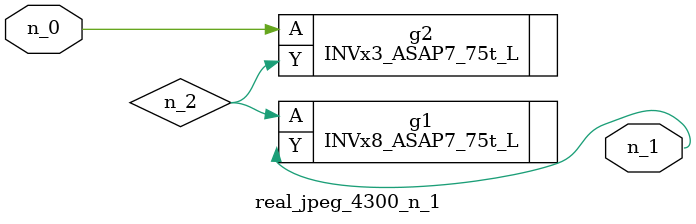
<source format=v>
module real_jpeg_4300_n_1 (n_0, n_1);

input n_0;

output n_1;

wire n_2;

INVx3_ASAP7_75t_L g2 ( 
.A(n_0),
.Y(n_2)
);

INVx8_ASAP7_75t_L g1 ( 
.A(n_2),
.Y(n_1)
);


endmodule
</source>
